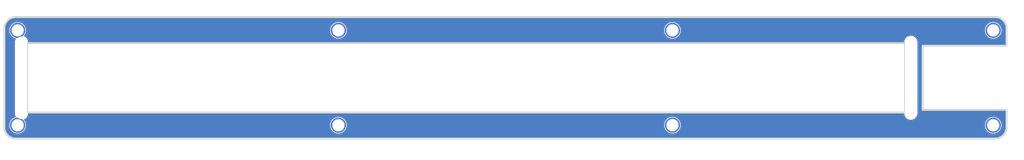
<source format=kicad_pcb>
(kicad_pcb (version 20221018) (generator pcbnew)
  (layers (0 "F.Cu" signal) (31 "B.Cu" signal) (34 "B.Paste" user) (35 "F.Paste" user) (36 "B.SilkS" user "B.Silkscreen") (37 "F.SilkS" user "F.Silkscreen") (38 "B.Mask" user) (39 "F.Mask" user) (44 "Edge.Cuts" user))
  (net 0 "")
  (footprint "CIS:CIS_Edge_L2" (layer "F.Cu") (at 16.62132 125)
    (fp_text reference "REF**" hide)
    (fp_text value "CIS_Edge_1" hide)
    (fp_line (start 0 -29) (end 0 -3) (stroke (width 0.5)) (layer "Edge.Cuts"))
    (fp_line (start 3 0) (end 261 0) (stroke (width 0.5)) (layer "Edge.Cuts"))
    (fp_line (start 241.9 -24.45) (end 264 -24.45) (stroke (width 0.5)) (layer "Edge.Cuts"))
    (fp_line (start 241.9 -7.55) (end 241.9 -24.45) (stroke (width 0.5)) (layer "Edge.Cuts"))
    (fp_line (start 261 -32) (end 3 -32) (stroke (width 0.5)) (layer "Edge.Cuts"))
    (fp_line (start 264 -24.45) (end 264 -29) (stroke (width 0.5)) (layer "Edge.Cuts"))
    (fp_line (start 264 -7.55) (end 241.9 -7.55) (stroke (width 0.5)) (layer "Edge.Cuts"))
    (fp_line (start 264 -3) (end 264 -7.55) (stroke (width 0.5)) (layer "Edge.Cuts"))
    (fp_arc (start 0 -29) (mid 0.87868 -31.12132) (end 3 -32) (stroke (width 0.5)) (layer "Edge.Cuts"))
    (fp_arc (start 3 0) (mid 0.87868 -0.87868) (end 0 -3) (stroke (width 0.5)) (layer "Edge.Cuts"))
    (fp_arc (start 261 -32) (mid 263.12132 -31.12132) (end 264 -29) (stroke (width 0.5)) (layer "Edge.Cuts"))
    (fp_arc (start 264 -3) (mid 263.12132 -0.87868) (end 261 0) (stroke (width 0.5)) (layer "Edge.Cuts"))
  )
  (footprint "CIS:CIS_Edge_Holes_In" (layer "F.Cu") (at 16.62132 125)
    (fp_text reference "REF**" hide)
    (fp_text value "CIS_Edge_1" hide)
    (pad "" thru_hole circle (at 3.5 -28.5) (size 4 4) (drill 3.2) (layers "*.Cu" "*.Mask"))
    (pad "" thru_hole circle (at 3.5 -3.5) (size 4 4) (drill 3.2) (layers "*.Cu" "*.Mask"))
    (pad "" thru_hole circle (at 88 -28.5) (size 4 4) (drill 3.2) (layers "*.Cu" "*.Mask"))
    (pad "" thru_hole circle (at 88 -3.5) (size 4 4) (drill 3.2) (layers "*.Cu" "*.Mask"))
    (pad "" thru_hole circle (at 176 -28.5) (size 4 4) (drill 3.2) (layers "*.Cu" "*.Mask"))
    (pad "" thru_hole circle (at 176 -3.5287) (size 4 4) (drill 3.2) (layers "*.Cu" "*.Mask"))
    (pad "" thru_hole circle (at 260.5 -28.5) (size 4 4) (drill 3.2) (layers "*.Cu" "*.Mask"))
    (pad "" thru_hole circle (at 260.5 -3.5) (size 4 4) (drill 3.2) (layers "*.Cu" "*.Mask"))
  )
  (footprint "CIS:CIS_Hole-Slot" (layer "F.Cu") (at 22.62132 109 180)
    (fp_text reference "REF**" hide)
    (fp_text value "CIS_Hole-Slot" hide)
    (pad "" np_thru_hole oval (at 1.5 0 180) (size 3 21.7) (drill oval 3 21.7) (layers "F&B.Cu" "*.Mask"))
  )
  (footprint "CIS:CIS_Hole-Slot" (layer "F.Cu") (at 253.92132 109)
    (fp_text reference "REF**" hide)
    (fp_text value "CIS_Hole-Slot" hide)
    (pad "" np_thru_hole oval (at 1.5 0) (size 3 21.7) (drill oval 3 21.7) (layers "F&B.Cu" "*.Mask"))
  )
  (gr_rect (start 22.62132 99.85) (end 253.92132 118.15) (stroke (width 0.5)) (fill none) (layer "Edge.Cuts"))
  (zone (net 0) (net_name "") (layers "F&B.Cu") (connect_pads no (clearance 0.15)) (min_thickness 0.15) (fill yes (thermal_gap 0.2) (thermal_bridge_width 0.2) (island_removal_mode 1) (island_area_min 10))
    (polygon (pts (xy 281.62132 126) (xy 15.62132 126) (xy 15.62132 92) (xy 281.62132 92)))
  )
)
</source>
